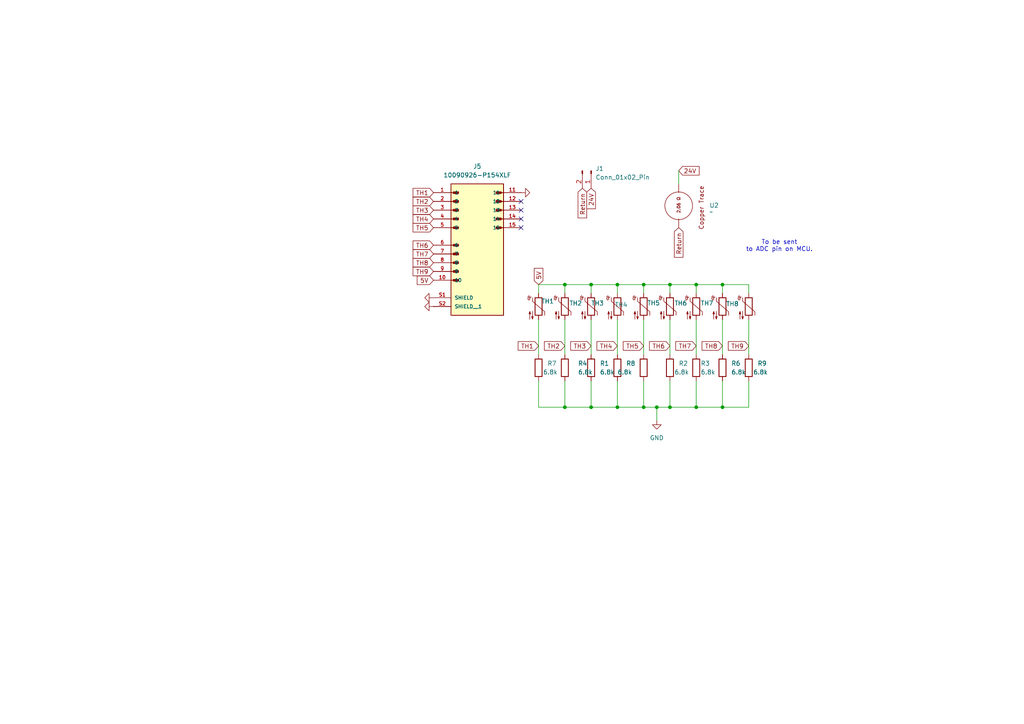
<source format=kicad_sch>
(kicad_sch (version 20250114) (generator "eeschema") (generator_version "9.0")
  (paper "A4")
  (title_block (title "May 22nd Update") (date "2025-05-22") (rev "1") (company "QRET"))
  (lib_symbols
    (symbol "10090926-P154XLF:10090926-P154XLF" (pin_names (offset 1.016))
      (property "Reference" "J" (at -7.62 19.05 0))
      (property "Value" "10090926-P154XLF" (at -7.62 -22.86 0))
      (symbol "10090926-P154XLF_0_0"
        (polyline (pts (xy -7.62 15.24) (xy -5.715 15.24)) (stroke (width 0.254)))
        (polyline (pts (xy -7.62 12.7) (xy -5.715 12.7)) (stroke (width 0.254)))
        (polyline (pts (xy -7.62 10.16) (xy -5.715 10.16)) (stroke (width 0.254)))
        (polyline (pts (xy -7.62 7.62) (xy -5.715 7.62)) (stroke (width 0.254)))
        (polyline (pts (xy -7.62 5.08) (xy -5.715 5.08)) (stroke (width 0.254)))
        (polyline (pts (xy -7.62 0) (xy -5.715 0)) (stroke (width 0.254)))
        (polyline (pts (xy -7.62 -2.54) (xy -5.715 -2.54)) (stroke (width 0.254)))
        (polyline (pts (xy -7.62 -5.08) (xy -5.715 -5.08)) (stroke (width 0.254)))
        (polyline (pts (xy -7.62 -7.62) (xy -5.715 -7.62)) (stroke (width 0.254)))
        (polyline (pts (xy -7.62 -10.16) (xy -5.715 -10.16)) (stroke (width 0.254)))
        (rectangle (start -7.62 -20.32) (end 7.62 17.78) (stroke (width 0.254)) (fill (type background)))
        (rectangle (start -6.985 14.9225) (end -5.3975 15.5575) (stroke (width 0.1)) (fill (type outline)))
        (rectangle (start -6.985 12.3825) (end -5.3975 13.0175) (stroke (width 0.1)) (fill (type outline)))
        (rectangle (start -6.985 9.8425) (end -5.3975 10.4775) (stroke (width 0.1)) (fill (type outline)))
        (rectangle (start -6.985 7.3025) (end -5.3975 7.9375) (stroke (width 0.1)) (fill (type outline)))
        (rectangle (start -6.985 4.7625) (end -5.3975 5.3975) (stroke (width 0.1)) (fill (type outline)))
        (rectangle (start -6.985 -0.3175) (end -5.3975 0.3175) (stroke (width 0.1)) (fill (type outline)))
        (rectangle (start -6.985 -2.8575) (end -5.3975 -2.2225) (stroke (width 0.1)) (fill (type outline)))
        (rectangle (start -6.985 -5.3975) (end -5.3975 -4.7625) (stroke (width 0.1)) (fill (type outline)))
        (rectangle (start -6.985 -7.9375) (end -5.3975 -7.3025) (stroke (width 0.1)) (fill (type outline)))
        (rectangle (start -6.985 -10.4775) (end -5.3975 -9.8425) (stroke (width 0.1)) (fill (type outline)))
        (rectangle (start 5.3975 14.9225) (end 6.985 15.5575) (stroke (width 0.1)) (fill (type outline)))
        (rectangle (start 5.3975 12.3825) (end 6.985 13.0175) (stroke (width 0.1)) (fill (type outline)))
        (rectangle (start 5.3975 9.8425) (end 6.985 10.4775) (stroke (width 0.1)) (fill (type outline)))
        (rectangle (start 5.3975 7.3025) (end 6.985 7.9375) (stroke (width 0.1)) (fill (type outline)))
        (rectangle (start 5.3975 4.7625) (end 6.985 5.3975) (stroke (width 0.1)) (fill (type outline)))
        (polyline (pts (xy 7.62 15.24) (xy 5.715 15.24)) (stroke (width 0.254)))
        (polyline (pts (xy 7.62 12.7) (xy 5.715 12.7)) (stroke (width 0.254)))
        (polyline (pts (xy 7.62 10.16) (xy 5.715 10.16)) (stroke (width 0.254)))
        (polyline (pts (xy 7.62 7.62) (xy 5.715 7.62)) (stroke (width 0.254)))
        (polyline (pts (xy 7.62 5.08) (xy 5.715 5.08)) (stroke (width 0.254)))
        (pin passive line (at -12.7 15.24 0) (length 5.08) (name "1") (number "1"))
        (pin passive line (at -12.7 12.7 0) (length 5.08) (name "2") (number "2"))
        (pin passive line (at -12.7 10.16 0) (length 5.08) (name "3") (number "3"))
        (pin passive line (at -12.7 7.62 0) (length 5.08) (name "4") (number "4"))
        (pin passive line (at -12.7 5.08 0) (length 5.08) (name "5") (number "5"))
        (pin passive line (at -12.7 0 0) (length 5.08) (name "6") (number "6"))
        (pin passive line (at -12.7 -2.54 0) (length 5.08) (name "7") (number "7"))
        (pin passive line (at -12.7 -5.08 0) (length 5.08) (name "8") (number "8"))
        (pin passive line (at -12.7 -7.62 0) (length 5.08) (name "9") (number "9"))
        (pin passive line (at -12.7 -10.16 0) (length 5.08) (name "10") (number "10"))
        (pin passive line (at -12.7 -15.24 0) (length 5.08) (name "SHIELD") (number "S1"))
        (pin passive line (at -12.7 -17.78 0) (length 5.08) (name "SHIELD__1") (number "S2"))
        (pin passive line (at 12.7 15.24 180) (length 5.08) (name "11") (number "11"))
        (pin passive line (at 12.7 12.7 180) (length 5.08) (name "12") (number "12"))
        (pin passive line (at 12.7 10.16 180) (length 5.08) (name "13") (number "13"))
        (pin passive line (at 12.7 7.62 180) (length 5.08) (name "14") (number "14"))
        (pin passive line (at 12.7 5.08 180) (length 5.08) (name "15") (number "15"))
      )
    )
    (symbol "Connector:Conn_01x02_Pin" (pin_names (offset 1.016) (hide yes))
      (property "Reference" "J1" (at -0.6351 1.27 90))
      (property "Value" "Conn_01x02_Pin" (at 1.9049 1.27 90))
      (symbol "Conn_01x02_Pin_1_1"
        (rectangle (start 0.8636 0.127) (end 0 -0.127) (stroke (width 0.1524)) (fill (type outline)))
        (rectangle (start 0.8636 -2.413) (end 0 -2.667) (stroke (width 0.1524)) (fill (type outline)))
        (polyline (pts (xy 1.27 0) (xy 0.8636 0)) (stroke (width 0.1524)))
        (polyline (pts (xy 1.27 -2.54) (xy 0.8636 -2.54)) (stroke (width 0.1524)))
        (pin passive line (at 5.08 0 180) (length 3.81) (name "S1") (number "1"))
        (pin passive line (at 5.08 -2.54 180) (length 3.81) (name "S2") (number "2"))
      )
    )
    (symbol "Device:R" (pin_numbers (hide yes)) (pin_names (offset 0))
      (property "Reference" "R" (at 2.032 0 90))
      (property "Value" "R" (at 0 0 90))
      (symbol "R_0_1"
        (rectangle (start -1.016 -2.54) (end 1.016 2.54) (stroke (width 0.254)))
      )
      (symbol "R_1_1"
        (pin passive line (at 0 3.81 270) (length 1.27) (name "~") (number "1"))
        (pin passive line (at 0 -3.81 90) (length 1.27) (name "~") (number "2"))
      )
    )
    (symbol "Device:Thermistor_NTC" (pin_numbers (hide yes)) (pin_names (offset 0))
      (property "Reference" "TH" (at -4.445 0 90))
      (property "Value" "Thermistor_NTC" (at 3.175 0 90))
      (symbol "Thermistor_NTC_0_1"
        (arc (start -3.175 2.413) (mid -3.0506 2.3165) (end -3.048 2.159))
        (arc (start -3.048 2.794) (mid -2.9736 2.9736) (end -2.794 3.048))
        (arc (start -2.794 3.048) (mid -2.6144 2.9736) (end -2.54 2.794))
        (arc (start -2.794 2.54) (mid -2.9736 2.6144) (end -3.048 2.794))
        (arc (start -2.794 1.905) (mid -2.9736 1.9794) (end -3.048 2.159))
        (arc (start -2.54 2.159) (mid -2.6144 1.9794) (end -2.794 1.905))
        (arc (start -2.159 2.794) (mid -2.434 2.5608) (end -2.794 2.54))
        (polyline (pts (xy -2.54 2.159) (xy -2.54 2.794)))
        (polyline (pts (xy -2.54 -3.683) (xy -2.54 -1.397) (xy -2.794 -2.159) (xy -2.286 -2.159) (xy -2.54 -1.397) (xy -2.54 -1.651)) (fill (type outline)))
        (polyline (pts (xy -1.778 2.54) (xy -1.778 1.524) (xy 1.778 -1.524) (xy 1.778 -2.54)))
        (polyline (pts (xy -1.778 -1.397) (xy -1.778 -3.683) (xy -2.032 -2.921) (xy -1.524 -2.921) (xy -1.778 -3.683) (xy -1.778 -3.429)) (fill (type outline)))
        (rectangle (start -1.016 2.54) (end 1.016 -2.54) (stroke (width 0.254)))
      )
      (symbol "Thermistor_NTC_1_1"
        (pin passive line (at 0 3.81 270) (length 1.27) (name "~") (number "1"))
        (pin passive line (at 0 -3.81 90) (length 1.27) (name "~") (number "2"))
      )
    )
    (symbol "Kapton PCB:Resistive_Trace"
      (property "Reference" "U" (at 0 0 0))
      (symbol "Resistive_Trace_0_1"
        (circle (center 0 7.62) (radius 4.0161))
      )
      (symbol "Resistive_Trace_1_1"
        (text "2.06 Ω" (at -0.254 7.62 0) (effects (font (size 0.889 0.889))))
        (text "Copper Trace" (at 0.508 14.224 0) (effects (font (size 1.27 1.27))))
        (pin input line (at -6.35 7.62 0) (length 2.54) (name "") (number ""))
        (pin output line (at 6.35 7.62 180) (length 2.54) (name "") (number ""))
      )
    )
    (symbol "power:GND" (power) (pin_numbers (hide yes)) (pin_names (offset 0) (hide yes))
      (property "Value" "GND" (at 0 -3.81 0))
      (symbol "GND_0_1"
        (polyline (pts (xy 0 0) (xy 0 -1.27) (xy 1.27 -1.27) (xy 0 -2.54) (xy -1.27 -1.27) (xy 0 -1.27)))
      )
      (symbol "GND_1_1"
        (pin power_in line (at 0 0 270) (length 0) (name "~") (number "1"))
      )
    )
  )
  (text "To be sent\n to ADC pin on MCU. " (at 226.06 71.374 0) (effects (font (size 1.27 1.27))))
  (junction (at 190.5 118.11))
  (junction (at 209.55 118.11))
  (junction (at 201.93 82.55))
  (junction (at 179.07 82.55))
  (junction (at 209.55 82.55))
  (junction (at 163.83 82.55))
  (junction (at 171.45 82.55))
  (junction (at 186.69 82.55))
  (junction (at 194.31 118.11))
  (junction (at 201.93 118.11))
  (junction (at 163.83 118.11))
  (junction (at 186.69 118.11))
  (junction (at 179.07 118.11))
  (junction (at 194.31 82.55))
  (junction (at 171.45 118.11))
  (no_connect (at 151.13 63.5))
  (no_connect (at 151.13 66.04))
  (no_connect (at 151.13 60.96))
  (no_connect (at 151.13 58.42))
  (wire (pts (xy 194.31 118.11) (xy 201.93 118.11)))
  (wire (pts (xy 179.07 82.55) (xy 179.07 85.09)))
  (wire (pts (xy 156.21 82.55) (xy 156.21 85.09)))
  (wire (pts (xy 194.31 82.55) (xy 201.93 82.55)))
  (wire (pts (xy 201.93 110.49) (xy 201.93 118.11)))
  (wire (pts (xy 194.31 110.49) (xy 194.31 118.11)))
  (wire (pts (xy 209.55 82.55) (xy 217.17 82.55)))
  (wire (pts (xy 156.21 82.55) (xy 163.83 82.55)))
  (wire (pts (xy 179.07 92.71) (xy 179.07 102.87)))
  (wire (pts (xy 209.55 110.49) (xy 209.55 118.11)))
  (wire (pts (xy 171.45 110.49) (xy 171.45 118.11)))
  (wire (pts (xy 209.55 82.55) (xy 209.55 85.09)))
  (wire (pts (xy 186.69 118.11) (xy 190.5 118.11)))
  (wire (pts (xy 194.31 82.55) (xy 194.31 85.09)))
  (wire (pts (xy 163.83 82.55) (xy 171.45 82.55)))
  (wire (pts (xy 186.69 82.55) (xy 194.31 82.55)))
  (wire (pts (xy 163.83 92.71) (xy 163.83 102.87)))
  (wire (pts (xy 217.17 110.49) (xy 217.17 118.11)))
  (wire (pts (xy 156.21 118.11) (xy 163.83 118.11)))
  (wire (pts (xy 201.93 92.71) (xy 201.93 102.87)))
  (wire (pts (xy 179.07 118.11) (xy 186.69 118.11)))
  (wire (pts (xy 179.07 82.55) (xy 186.69 82.55)))
  (wire (pts (xy 217.17 92.71) (xy 217.17 102.87)))
  (wire (pts (xy 171.45 118.11) (xy 179.07 118.11)))
  (wire (pts (xy 186.69 92.71) (xy 186.69 102.87)))
  (wire (pts (xy 163.83 118.11) (xy 171.45 118.11)))
  (wire (pts (xy 194.31 92.71) (xy 194.31 102.87)))
  (wire (pts (xy 209.55 118.11) (xy 217.17 118.11)))
  (wire (pts (xy 186.69 110.49) (xy 186.69 118.11)))
  (wire (pts (xy 171.45 82.55) (xy 179.07 82.55)))
  (wire (pts (xy 163.83 110.49) (xy 163.83 118.11)))
  (wire (pts (xy 209.55 92.71) (xy 209.55 102.87)))
  (wire (pts (xy 163.83 82.55) (xy 163.83 85.09)))
  (wire (pts (xy 201.93 82.55) (xy 209.55 82.55)))
  (wire (pts (xy 190.5 118.11) (xy 190.5 121.92)))
  (wire (pts (xy 156.21 110.49) (xy 156.21 118.11)))
  (wire (pts (xy 196.85 53.34) (xy 196.85 49.53)))
  (wire (pts (xy 186.69 82.55) (xy 186.69 85.09)))
  (wire (pts (xy 171.45 82.55) (xy 171.45 85.09)))
  (wire (pts (xy 217.17 82.55) (xy 217.17 85.09)))
  (wire (pts (xy 179.07 110.49) (xy 179.07 118.11)))
  (wire (pts (xy 171.45 92.71) (xy 171.45 102.87)))
  (wire (pts (xy 156.21 92.71) (xy 156.21 102.87)))
  (wire (pts (xy 201.93 118.11) (xy 209.55 118.11)))
  (wire (pts (xy 201.93 82.55) (xy 201.93 85.09)))
  (wire (pts (xy 190.5 118.11) (xy 194.31 118.11)))
  (global_label "TH1" (shape input) (at 125.73 55.88 180) (property "Intersheetrefs" "${INTERSHEET_REFS}" (effects (hide yes))))
  (global_label "24V" (shape input) (at 171.45 54.61 270) (property "Intersheetrefs" "${INTERSHEET_REFS}" (effects (hide yes))))
  (global_label "TH6" (shape input) (at 194.31 100.33 180) (property "Intersheetrefs" "${INTERSHEET_REFS}" (effects (hide yes))))
  (global_label "TH6" (shape input) (at 125.73 71.12 180) (property "Intersheetrefs" "${INTERSHEET_REFS}" (effects (hide yes))))
  (global_label "24V" (shape input) (at 196.85 49.53 0) (property "Intersheetrefs" "${INTERSHEET_REFS}" (effects (hide yes))))
  (global_label "TH7" (shape input) (at 125.73 73.66 180) (property "Intersheetrefs" "${INTERSHEET_REFS}" (effects (hide yes))))
  (global_label "TH2" (shape input) (at 125.73 58.42 180) (property "Intersheetrefs" "${INTERSHEET_REFS}" (effects (hide yes))))
  (global_label "TH2" (shape input) (at 163.83 100.33 180) (property "Intersheetrefs" "${INTERSHEET_REFS}" (effects (hide yes))))
  (global_label "5V" (shape input) (at 156.21 82.55 90) (property "Intersheetrefs" "${INTERSHEET_REFS}" (effects (hide yes))))
  (global_label "TH7" (shape input) (at 201.93 100.33 180) (property "Intersheetrefs" "${INTERSHEET_REFS}" (effects (hide yes))))
  (global_label "TH8" (shape input) (at 209.55 100.33 180) (property "Intersheetrefs" "${INTERSHEET_REFS}" (effects (hide yes))))
  (global_label "TH9" (shape input) (at 125.73 78.74 180) (property "Intersheetrefs" "${INTERSHEET_REFS}" (effects (hide yes))))
  (global_label "TH5" (shape input) (at 186.69 100.33 180) (property "Intersheetrefs" "${INTERSHEET_REFS}" (effects (hide yes))))
  (global_label "TH9" (shape input) (at 217.17 100.33 180) (property "Intersheetrefs" "${INTERSHEET_REFS}" (effects (hide yes))))
  (global_label "TH3" (shape input) (at 125.73 60.96 180) (property "Intersheetrefs" "${INTERSHEET_REFS}" (effects (hide yes))))
  (global_label "TH1" (shape input) (at 156.21 100.33 180) (property "Intersheetrefs" "${INTERSHEET_REFS}" (effects (hide yes))))
  (global_label "Return" (shape input) (at 196.85 66.04 270) (property "Intersheetrefs" "${INTERSHEET_REFS}" (effects (hide yes))))
  (global_label "Return" (shape input) (at 168.91 54.61 270) (property "Intersheetrefs" "${INTERSHEET_REFS}" (effects (hide yes))))
  (global_label "TH5" (shape input) (at 125.73 66.04 180) (property "Intersheetrefs" "${INTERSHEET_REFS}" (effects (hide yes))))
  (global_label "TH4" (shape input) (at 179.07 100.33 180) (property "Intersheetrefs" "${INTERSHEET_REFS}" (effects (hide yes))))
  (global_label "TH8" (shape input) (at 125.73 76.2 180) (property "Intersheetrefs" "${INTERSHEET_REFS}" (effects (hide yes))))
  (global_label "TH4" (shape input) (at 125.73 63.5 180) (property "Intersheetrefs" "${INTERSHEET_REFS}" (effects (hide yes))))
  (global_label "5V" (shape input) (at 125.73 81.28 180) (property "Intersheetrefs" "${INTERSHEET_REFS}" (effects (hide yes))))
  (global_label "TH3" (shape input) (at 171.45 100.33 180) (property "Intersheetrefs" "${INTERSHEET_REFS}" (effects (hide yes))))
  (symbol (lib_id "Device:R") (at 186.69 106.68 0) (unit 1)
    (property "Reference" "R5" (effects (hide yes)))
    (property "Value" "6.8k" (effects (hide yes)))
    (property "Footprint" "Resistor_SMD:R_0201_0603Metric" (effects (hide yes)))
    (property "Description" "Resistor" (effects (hide yes)))
  )
  (symbol (lib_id "Device:R") (at 217.17 106.68 0) (unit 1)
    (property "Reference" "R9" (at 219.71 105.4099 0) (effects (justify left)))
    (property "Value" "6.8k" (at 218.44 107.9499 0) (effects (justify left)))
    (property "Footprint" "Resistor_SMD:R_0201_0603Metric" (effects (hide yes)))
    (property "Description" "Resistor" (effects (hide yes)))
  )
  (symbol (lib_id "power:GND") (at 151.13 55.88 90) (unit 1)
    (property "Reference" "#PWR07" (effects (hide yes)))
    (property "Value" "GND" (effects (hide yes)))
    (property "Description" "Power symbol creates a global label with name \"GND\" , ground" (effects (hide yes)))
  )
  (symbol (lib_id "power:GND") (at 190.5 121.92 0) (unit 1)
    (property "Reference" "#PWR02" (effects (hide yes)))
    (property "Value" "GND" (at 190.5 127 0))
    (property "Description" "Power symbol creates a global label with name \"GND\" , ground" (effects (hide yes)))
  )
  (symbol (lib_id "Device:Thermistor_NTC") (at 163.83 88.9 0) (unit 1)
    (property "Reference" "TH2" (at 165.1 87.9474 0) (effects (justify left)))
    (property "Value" "Thermistor_NTC" (effects (hide yes)))
    (property "Footprint" "Resistor_SMD:R_0402_1005Metric" (effects (hide yes)))
    (property "Description" "Temperature dependent resistor, negative temperature coefficient" (effects (hide yes)))
  )
  (symbol (lib_id "Device:Thermistor_NTC") (at 217.17 88.9 0) (unit 1)
    (property "Reference" "TH9" (effects (hide yes)))
    (property "Value" "Thermistor_NTC" (effects (hide yes)))
    (property "Footprint" "Resistor_SMD:R_0402_1005Metric" (effects (hide yes)))
    (property "Description" "Temperature dependent resistor, negative temperature coefficient" (effects (hide yes)))
  )
  (symbol (lib_id "power:GND") (at 125.73 86.36 270) (unit 1)
    (property "Reference" "#PWR05" (effects (hide yes)))
    (property "Value" "GND" (effects (hide yes)))
    (property "Description" "Power symbol creates a global label with name \"GND\" , ground" (effects (hide yes)))
  )
  (symbol (lib_id "Device:Thermistor_NTC") (at 156.21 88.9 0) (unit 1)
    (property "Reference" "TH1" (at 156.972 87.376 0) (effects (justify left)))
    (property "Value" "Thermistor_NTC" (effects (hide yes)))
    (property "Footprint" "Resistor_SMD:R_0402_1005Metric" (effects (hide yes)))
    (property "Description" "Temperature dependent resistor, negative temperature coefficient" (effects (hide yes)))
  )
  (symbol (lib_id "power:GND") (at -251.46 21.59 0) (unit 1)
    (property "Reference" "#PWR01" (effects (hide yes)))
    (property "Value" "GND" (at -251.46 26.67 0))
    (property "Description" "Power symbol creates a global label with name \"GND\" , ground" (effects (hide yes)))
  )
  (symbol (lib_id "Device:R") (at 179.07 106.68 0) (unit 1)
    (property "Reference" "R8" (at 181.61 105.4099 0) (effects (justify left)))
    (property "Value" "6.8k" (at 179.07 107.9499 0) (effects (justify left)))
    (property "Footprint" "Resistor_SMD:R_0201_0603Metric" (effects (hide yes)))
    (property "Description" "Resistor" (effects (hide yes)))
  )
  (symbol (lib_id "Device:R") (at 194.31 106.68 0) (unit 1)
    (property "Reference" "R2" (at 196.85 105.4099 0) (effects (justify left)))
    (property "Value" "6.8k" (at 195.58 107.9499 0) (effects (justify left)))
    (property "Footprint" "Resistor_SMD:R_0201_0603Metric" (effects (hide yes)))
    (property "Description" "Resistor" (effects (hide yes)))
  )
  (symbol (lib_id "10090926-P154XLF:10090926-P154XLF") (at 138.43 71.12 0) (unit 1)
    (property "Reference" "J5" (at 138.43 48.26 0))
    (property "Value" "10090926-P154XLF" (at 138.43 50.8 0))
    (property "Footprint" "10090926_P154XLF:AMPHENOL_10090926-P154XLF" (effects (hide yes)))
    (property "PARTREV" "H" (effects (hide yes)))
    (property "STANDARD" "Manufacturer Recommendations" (effects (hide yes)))
    (property "SNAPEDA_PN" "10090926-P154XLF" (effects (hide yes)))
    (property "MAXIMUM_PACKAGE_HEIGHT" "12.7mm" (effects (hide yes)))
    (property "MANUFACTURER" "Amphenol" (effects (hide yes)))
  )
  (symbol (lib_id "Device:Thermistor_NTC") (at 201.93 88.9 0) (unit 1)
    (property "Reference" "TH7" (at 203.2 87.9474 0) (effects (justify left)))
    (property "Value" "Thermistor_NTC" (effects (hide yes)))
    (property "Footprint" "Resistor_SMD:R_0402_1005Metric" (effects (hide yes)))
    (property "Description" "Temperature dependent resistor, negative temperature coefficient" (effects (hide yes)))
  )
  (symbol (lib_id "Device:Thermistor_NTC") (at 186.69 88.9 0) (unit 1)
    (property "Reference" "TH5" (at 187.706 87.884 0) (effects (justify left)))
    (property "Value" "Thermistor_NTC" (effects (hide yes)))
    (property "Footprint" "Resistor_SMD:R_0402_1005Metric" (effects (hide yes)))
    (property "Description" "Temperature dependent resistor, negative temperature coefficient" (effects (hide yes)))
  )
  (symbol (lib_id "Device:R") (at 163.83 106.68 0) (unit 1)
    (property "Reference" "R4" (at 167.64 105.4099 0) (effects (justify left)))
    (property "Value" "6.8k" (at 167.64 107.9499 0) (effects (justify left)))
    (property "Footprint" "Resistor_SMD:R_0201_0603Metric" (effects (hide yes)))
    (property "Description" "Resistor" (effects (hide yes)))
  )
  (symbol (lib_id "Device:Thermistor_NTC") (at 179.07 88.9 0) (unit 1)
    (property "Reference" "TH4" (at 178.308 88.392 0) (effects (justify left)))
    (property "Value" "Thermistor_NTC" (effects (hide yes)))
    (property "Footprint" "Resistor_SMD:R_0402_1005Metric" (effects (hide yes)))
    (property "Description" "Temperature dependent resistor, negative temperature coefficient" (effects (hide yes)))
  )
  (symbol (lib_id "Device:R") (at 156.21 106.68 0) (unit 1)
    (property "Reference" "R7" (at 158.75 105.4099 0) (effects (justify left)))
    (property "Value" "6.8k" (at 157.48 107.9499 0) (effects (justify left)))
    (property "Footprint" "Resistor_SMD:R_0201_0603Metric" (effects (hide yes)))
    (property "Description" "Resistor" (effects (hide yes)))
  )
  (symbol (lib_id "Device:R") (at 201.93 106.68 0) (unit 1)
    (property "Reference" "R3" (at 203.2 105.4099 0) (effects (justify left)))
    (property "Value" "6.8k" (at 203.2 107.9499 0) (effects (justify left)))
    (property "Footprint" "Resistor_SMD:R_0201_0603Metric" (effects (hide yes)))
    (property "Description" "Resistor" (effects (hide yes)))
  )
  (symbol (lib_id "Device:Thermistor_NTC") (at 171.45 88.9 0) (unit 1)
    (property "Reference" "TH3" (at 171.45 87.9474 0) (effects (justify left)))
    (property "Value" "Thermistor_NTC" (effects (hide yes)))
    (property "Footprint" "Resistor_SMD:R_0402_1005Metric" (effects (hide yes)))
    (property "Description" "Temperature dependent resistor, negative temperature coefficient" (effects (hide yes)))
  )
  (symbol (lib_id "Kapton PCB:Resistive_Trace") (at 189.23 59.69 270) (unit 1)
    (property "Reference" "U2" (at 205.74 59.5629 90) (effects (justify left)))
    (property "Value" "~" (at 205.74 61.468 90) (effects (justify left)))
  )
  (symbol (lib_id "Connector:Conn_01x02_Pin") (at 171.45 49.53 270) (unit 1)
    (property "Reference" "J1" (at 172.72 48.8949 90) (effects (justify left)))
    (property "Value" "Conn_01x02_Pin" (at 172.72 51.4349 90) (effects (justify left)))
    (property "Footprint" "XT60PW-M:AMASS_XT60PW-M" (effects (hide yes)))
    (property "Description" "Generic connector, single row, 01x02, script generated" (effects (hide yes)))
  )
  (symbol (lib_id "Device:R") (at 209.55 106.68 0) (unit 1)
    (property "Reference" "R6" (at 212.09 105.4099 0) (effects (justify left)))
    (property "Value" "6.8k" (at 212.09 107.9499 0) (effects (justify left)))
    (property "Footprint" "Resistor_SMD:R_0201_0603Metric" (effects (hide yes)))
    (property "Description" "Resistor" (effects (hide yes)))
  )
  (symbol (lib_id "power:GND") (at 125.73 88.9 270) (unit 1)
    (property "Reference" "#PWR06" (effects (hide yes)))
    (property "Value" "GND" (effects (hide yes)))
    (property "Description" "Power symbol creates a global label with name \"GND\" , ground" (effects (hide yes)))
  )
  (symbol (lib_id "Device:Thermistor_NTC") (at 194.31 88.9 0) (unit 1)
    (property "Reference" "TH6" (at 195.58 87.9474 0) (effects (justify left)))
    (property "Value" "Thermistor_NTC" (effects (hide yes)))
    (property "Footprint" "Resistor_SMD:R_0402_1005Metric" (effects (hide yes)))
    (property "Description" "Temperature dependent resistor, negative temperature coefficient" (effects (hide yes)))
  )
  (symbol (lib_id "Device:R") (at 171.45 106.68 0) (unit 1)
    (property "Reference" "R1" (at 173.99 105.4099 0) (effects (justify left)))
    (property "Value" "6.8k" (at 173.99 107.9499 0) (effects (justify left)))
    (property "Footprint" "Resistor_SMD:R_0201_0603Metric" (effects (hide yes)))
    (property "Description" "Resistor" (effects (hide yes)))
  )
  (symbol (lib_id "Device:Thermistor_NTC") (at 209.55 88.9 0) (unit 1)
    (property "Reference" "TH8" (at 210.566 88.138 0) (effects (justify left)))
    (property "Value" "Thermistor_NTC" (effects (hide yes)))
    (property "Footprint" "Resistor_SMD:R_0402_1005Metric" (effects (hide yes)))
    (property "Description" "Temperature dependent resistor, negative temperature coefficient" (effects (hide yes)))
  )
)
</source>
